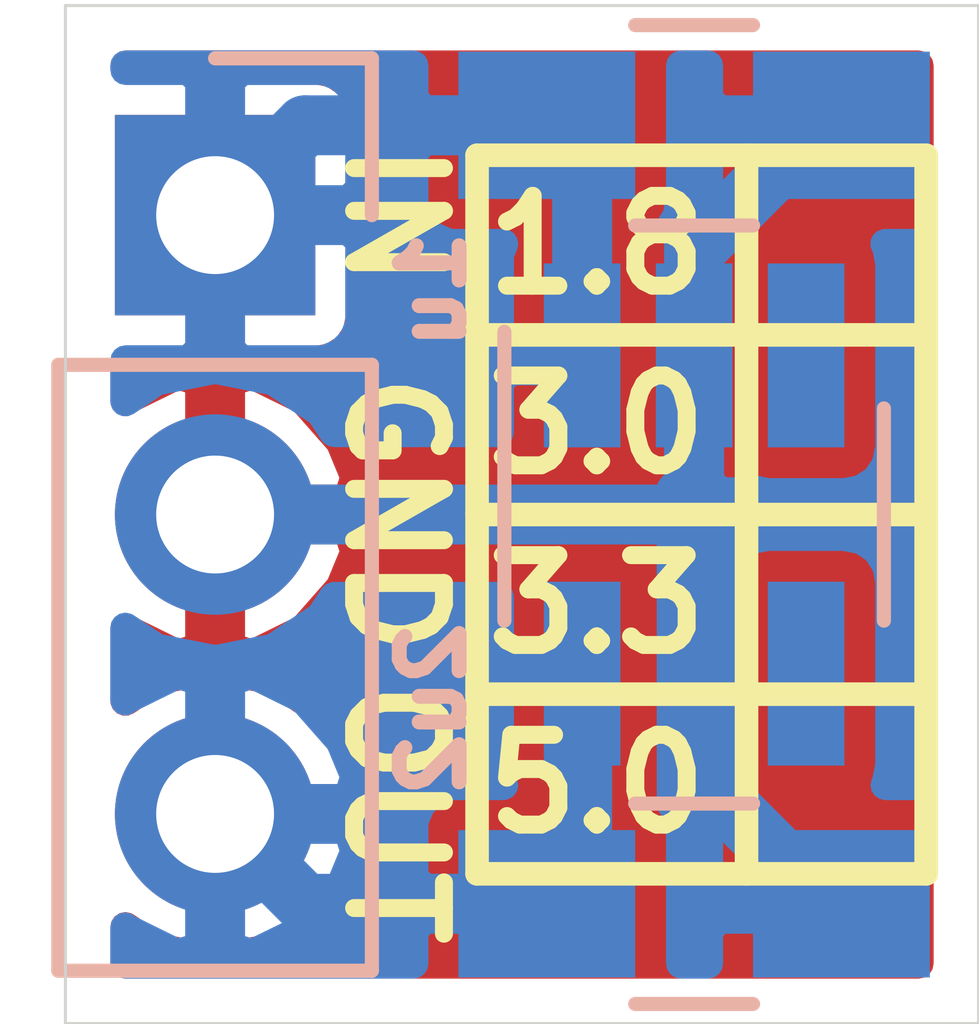
<source format=kicad_pcb>
(kicad_pcb (version 4) (host pcbnew 4.0.6-e0-6349~53~ubuntu16.04.1)

  (general
    (links 7)
    (no_connects 0)
    (area 158.483299 104.127299 168.541701 114.312701)
    (thickness 1.6)
    (drawings 19)
    (tracks 17)
    (zones 0)
    (modules 4)
    (nets 6)
  )

  (page A4)
  (layers
    (0 F.Cu signal)
    (31 B.Cu signal)
    (32 B.Adhes user)
    (33 F.Adhes user hide)
    (34 B.Paste user)
    (35 F.Paste user hide)
    (36 B.SilkS user)
    (37 F.SilkS user hide)
    (38 B.Mask user)
    (39 F.Mask user hide)
    (40 Dwgs.User user)
    (41 Cmts.User user)
    (42 Eco1.User user)
    (43 Eco2.User user)
    (44 Edge.Cuts user)
    (45 Margin user)
    (46 B.CrtYd user)
    (47 F.CrtYd user hide)
    (48 B.Fab user)
    (49 F.Fab user hide)
  )

  (setup
    (last_trace_width 0.508)
    (trace_clearance 0.1524)
    (zone_clearance 0.254)
    (zone_45_only no)
    (trace_min 0.1524)
    (segment_width 0.2)
    (edge_width 0.0254)
    (via_size 0.6858)
    (via_drill 0.3302)
    (via_min_size 0.6858)
    (via_min_drill 0.3302)
    (uvia_size 0.762)
    (uvia_drill 0.508)
    (uvias_allowed no)
    (uvia_min_size 0)
    (uvia_min_drill 0)
    (pcb_text_width 0.3)
    (pcb_text_size 1.016 1.016)
    (mod_edge_width 0.15)
    (mod_text_size 1 1)
    (mod_text_width 0.15)
    (pad_size 1.524 1.524)
    (pad_drill 0.762)
    (pad_to_mask_clearance 0.2)
    (aux_axis_origin 0 0)
    (grid_origin 165.1 105.918)
    (visible_elements FFFFBD5F)
    (pcbplotparams
      (layerselection 0x00030_80000001)
      (usegerberextensions false)
      (excludeedgelayer true)
      (linewidth 0.100000)
      (plotframeref false)
      (viasonmask false)
      (mode 1)
      (useauxorigin false)
      (hpglpennumber 1)
      (hpglpenspeed 20)
      (hpglpendiameter 15)
      (hpglpenoverlay 2)
      (psnegative false)
      (psa4output false)
      (plotreference true)
      (plotvalue true)
      (plotinvisibletext false)
      (padsonsilk false)
      (subtractmaskfromsilk false)
      (outputformat 1)
      (mirror false)
      (drillshape 1)
      (scaleselection 1)
      (outputdirectory ""))
  )

  (net 0 "")
  (net 1 GND)
  (net 2 "Net-(U1-Pad3)")
  (net 3 "Net-(U1-Pad4)")
  (net 4 /Vin)
  (net 5 /Vout)

  (net_class Default "This is the default net class."
    (clearance 0.1524)
    (trace_width 0.508)
    (via_dia 0.6858)
    (via_drill 0.3302)
    (uvia_dia 0.762)
    (uvia_drill 0.508)
    (add_net /Vin)
    (add_net /Vout)
    (add_net GND)
    (add_net "Net-(U1-Pad3)")
    (add_net "Net-(U1-Pad4)")
  )

  (module TO_SOT_Packages_SMD:SOT-23-5_HandSoldering (layer B.Cu) (tedit 58D976C4) (tstamp 58D82970)
    (at 163.83 109.22 270)
    (descr "5-pin SOT23 package")
    (tags "SOT-23-5 hand-soldering")
    (path /58D7C380)
    (attr smd)
    (fp_text reference U1 (at 0 2.9 270) (layer B.Fab) hide
      (effects (font (size 1 1) (thickness 0.15)) (justify mirror))
    )
    (fp_text value TPS709xx (at 0 -2.9 270) (layer B.Fab) hide
      (effects (font (size 1 1) (thickness 0.15)) (justify mirror))
    )
    (fp_text user %R (at 0 0 270) (layer B.Fab)
      (effects (font (size 0.5 0.5) (thickness 0.075)) (justify mirror))
    )
    (fp_line (start -0.9 -1.61) (end 0.9 -1.61) (layer B.SilkS) (width 0.12))
    (fp_line (start 0.9 1.61) (end -1.55 1.61) (layer B.SilkS) (width 0.12))
    (fp_line (start -0.9 0.9) (end -0.25 1.55) (layer B.Fab) (width 0.1))
    (fp_line (start 0.9 1.55) (end -0.25 1.55) (layer B.Fab) (width 0.1))
    (fp_line (start -0.9 0.9) (end -0.9 -1.55) (layer B.Fab) (width 0.1))
    (fp_line (start 0.9 -1.55) (end -0.9 -1.55) (layer B.Fab) (width 0.1))
    (fp_line (start 0.9 1.55) (end 0.9 -1.55) (layer B.Fab) (width 0.1))
    (fp_line (start -2.38 1.8) (end 2.38 1.8) (layer B.CrtYd) (width 0.05))
    (fp_line (start -2.38 1.8) (end -2.38 -1.8) (layer B.CrtYd) (width 0.05))
    (fp_line (start 2.38 -1.8) (end 2.38 1.8) (layer B.CrtYd) (width 0.05))
    (fp_line (start 2.38 -1.8) (end -2.38 -1.8) (layer B.CrtYd) (width 0.05))
    (pad 1 smd rect (at -1.35 0.95 270) (size 1.56 0.65) (layers B.Cu B.Paste B.Mask)
      (net 4 /Vin))
    (pad 2 smd rect (at -1.35 0 270) (size 1.56 0.65) (layers B.Cu B.Paste B.Mask)
      (net 1 GND))
    (pad 3 smd rect (at -1.35 -0.95 270) (size 1.56 0.65) (layers B.Cu B.Paste B.Mask)
      (net 2 "Net-(U1-Pad3)"))
    (pad 4 smd rect (at 1.35 -0.95 270) (size 1.56 0.65) (layers B.Cu B.Paste B.Mask)
      (net 3 "Net-(U1-Pad4)"))
    (pad 5 smd rect (at 1.35 0.95 270) (size 1.56 0.65) (layers B.Cu B.Paste B.Mask)
      (net 5 /Vout))
    (model ${KISYS3DMOD}/TO_SOT_Packages_SMD.3dshapes\SOT-23-5.wrl
      (at (xyz 0 0 0))
      (scale (xyz 1 1 1))
      (rotate (xyz 0 0 0))
    )
  )

  (module Pin_Headers:Pin_Header_Straight_1x03_Pitch2.54mm (layer B.Cu) (tedit 58D9780F) (tstamp 58D82A56)
    (at 159.766 106.68 180)
    (descr "Through hole straight pin header, 1x03, 2.54mm pitch, single row")
    (tags "Through hole pin header THT 1x03 2.54mm single row")
    (path /58D82A52)
    (fp_text reference J1 (at 0 2.33 180) (layer B.Fab) hide
      (effects (font (size 1 1) (thickness 0.15)) (justify mirror))
    )
    (fp_text value CONN_01X03 (at 0 -7.41 180) (layer B.Fab) hide
      (effects (font (size 1 1) (thickness 0.15)) (justify mirror))
    )
    (fp_line (start -1.27 1.27) (end -1.27 -6.35) (layer B.Fab) (width 0.1))
    (fp_line (start -1.27 -6.35) (end 1.27 -6.35) (layer B.Fab) (width 0.1))
    (fp_line (start 1.27 -6.35) (end 1.27 1.27) (layer B.Fab) (width 0.1))
    (fp_line (start 1.27 1.27) (end -1.27 1.27) (layer B.Fab) (width 0.1))
    (fp_line (start -1.33 -1.27) (end -1.33 -6.41) (layer B.SilkS) (width 0.12))
    (fp_line (start -1.33 -6.41) (end 1.33 -6.41) (layer B.SilkS) (width 0.12))
    (fp_line (start 1.33 -6.41) (end 1.33 -1.27) (layer B.SilkS) (width 0.12))
    (fp_line (start 1.33 -1.27) (end -1.33 -1.27) (layer B.SilkS) (width 0.12))
    (fp_line (start -1.33 0) (end -1.33 1.33) (layer B.SilkS) (width 0.12))
    (fp_line (start -1.33 1.33) (end 0 1.33) (layer B.SilkS) (width 0.12))
    (fp_line (start -1.8 1.8) (end -1.8 -6.85) (layer B.CrtYd) (width 0.05))
    (fp_line (start -1.8 -6.85) (end 1.8 -6.85) (layer B.CrtYd) (width 0.05))
    (fp_line (start 1.8 -6.85) (end 1.8 1.8) (layer B.CrtYd) (width 0.05))
    (fp_line (start 1.8 1.8) (end -1.8 1.8) (layer B.CrtYd) (width 0.05))
    (fp_text user %R (at 0 2.33 180) (layer B.Fab) hide
      (effects (font (size 1 1) (thickness 0.15)) (justify mirror))
    )
    (pad 1 thru_hole rect (at 0 0 180) (size 1.7 1.7) (drill 1) (layers *.Cu *.Mask)
      (net 4 /Vin))
    (pad 2 thru_hole oval (at 0 -2.54 180) (size 1.7 1.7) (drill 1) (layers *.Cu *.Mask)
      (net 1 GND))
    (pad 3 thru_hole oval (at 0 -5.08 180) (size 1.7 1.7) (drill 1) (layers *.Cu *.Mask)
      (net 5 /Vout))
    (model ${KISYS3DMOD}/Pin_Headers.3dshapes/Pin_Header_Straight_1x03_Pitch2.54mm.wrl
      (at (xyz 0 -0.1 0))
      (scale (xyz 1 1 1))
      (rotate (xyz 0 0 90))
    )
  )

  (module Capacitors_SMD:C_0805_HandSoldering (layer B.Cu) (tedit 58D97928) (tstamp 58D96BD6)
    (at 163.83 105.918)
    (descr "Capacitor SMD 0805, hand soldering")
    (tags "capacitor 0805")
    (path /58D7C3F5)
    (attr smd)
    (fp_text reference C1 (at 0 0 90) (layer B.Fab)
      (effects (font (size 0.508 0.508) (thickness 0.127)) (justify mirror))
    )
    (fp_text value 1u (at -2.2225 1.397 90) (layer B.SilkS)
      (effects (font (size 0.508 0.508) (thickness 0.127)) (justify mirror))
    )
    (fp_text user %R (at 0 1.75) (layer B.Fab) hide
      (effects (font (size 1 1) (thickness 0.15)) (justify mirror))
    )
    (fp_line (start -1 -0.62) (end -1 0.62) (layer B.Fab) (width 0.1))
    (fp_line (start 1 -0.62) (end -1 -0.62) (layer B.Fab) (width 0.1))
    (fp_line (start 1 0.62) (end 1 -0.62) (layer B.Fab) (width 0.1))
    (fp_line (start -1 0.62) (end 1 0.62) (layer B.Fab) (width 0.1))
    (fp_line (start 0.5 0.85) (end -0.5 0.85) (layer B.SilkS) (width 0.12))
    (fp_line (start -0.5 -0.85) (end 0.5 -0.85) (layer B.SilkS) (width 0.12))
    (fp_line (start -2.25 0.88) (end 2.25 0.88) (layer B.CrtYd) (width 0.05))
    (fp_line (start -2.25 0.88) (end -2.25 -0.87) (layer B.CrtYd) (width 0.05))
    (fp_line (start 2.25 -0.87) (end 2.25 0.88) (layer B.CrtYd) (width 0.05))
    (fp_line (start 2.25 -0.87) (end -2.25 -0.87) (layer B.CrtYd) (width 0.05))
    (pad 1 smd rect (at -1.25 0) (size 1.5 1.25) (layers B.Cu B.Paste B.Mask)
      (net 4 /Vin))
    (pad 2 smd rect (at 1.25 0) (size 1.5 1.25) (layers B.Cu B.Paste B.Mask)
      (net 1 GND))
    (model Capacitors_SMD.3dshapes/C_0805.wrl
      (at (xyz 0 0 0))
      (scale (xyz 1 1 1))
      (rotate (xyz 0 0 0))
    )
  )

  (module Capacitors_SMD:C_0805_HandSoldering (layer B.Cu) (tedit 58D9790A) (tstamp 58D96BE6)
    (at 163.83 112.522)
    (descr "Capacitor SMD 0805, hand soldering")
    (tags "capacitor 0805")
    (path /58D7C462)
    (attr smd)
    (fp_text reference C2 (at 0 0 90) (layer B.Fab)
      (effects (font (size 0.508 0.508) (thickness 0.127)) (justify mirror))
    )
    (fp_text value 2u2 (at -2.2225 -1.651 90) (layer B.SilkS)
      (effects (font (size 0.508 0.508) (thickness 0.127)) (justify mirror))
    )
    (fp_text user %R (at 0 1.75) (layer B.Fab) hide
      (effects (font (size 1 1) (thickness 0.15)) (justify mirror))
    )
    (fp_line (start -1 -0.62) (end -1 0.62) (layer B.Fab) (width 0.1))
    (fp_line (start 1 -0.62) (end -1 -0.62) (layer B.Fab) (width 0.1))
    (fp_line (start 1 0.62) (end 1 -0.62) (layer B.Fab) (width 0.1))
    (fp_line (start -1 0.62) (end 1 0.62) (layer B.Fab) (width 0.1))
    (fp_line (start 0.5 0.85) (end -0.5 0.85) (layer B.SilkS) (width 0.12))
    (fp_line (start -0.5 -0.85) (end 0.5 -0.85) (layer B.SilkS) (width 0.12))
    (fp_line (start -2.25 0.88) (end 2.25 0.88) (layer B.CrtYd) (width 0.05))
    (fp_line (start -2.25 0.88) (end -2.25 -0.87) (layer B.CrtYd) (width 0.05))
    (fp_line (start 2.25 -0.87) (end 2.25 0.88) (layer B.CrtYd) (width 0.05))
    (fp_line (start 2.25 -0.87) (end -2.25 -0.87) (layer B.CrtYd) (width 0.05))
    (pad 1 smd rect (at -1.25 0) (size 1.5 1.25) (layers B.Cu B.Paste B.Mask)
      (net 5 /Vout))
    (pad 2 smd rect (at 1.25 0) (size 1.5 1.25) (layers B.Cu B.Paste B.Mask)
      (net 1 GND))
    (model Capacitors_SMD.3dshapes/C_0805.wrl
      (at (xyz 0 0 0))
      (scale (xyz 1 1 1))
      (rotate (xyz 0 0 0))
    )
  )

  (gr_line (start 165.7985 106.172) (end 165.7985 112.268) (angle 90) (layer F.SilkS) (width 0.2))
  (gr_line (start 161.9885 112.268) (end 161.9885 106.172) (angle 90) (layer F.SilkS) (width 0.2))
  (gr_line (start 164.2745 112.268) (end 164.2745 106.172) (angle 90) (layer F.SilkS) (width 0.2))
  (gr_line (start 161.9885 110.744) (end 165.7985 110.744) (angle 90) (layer F.SilkS) (width 0.2))
  (gr_line (start 161.9885 109.22) (end 165.7985 109.22) (angle 90) (layer F.SilkS) (width 0.2))
  (gr_line (start 161.9885 107.696) (end 165.7985 107.696) (angle 90) (layer F.SilkS) (width 0.2))
  (gr_line (start 165.7985 106.172) (end 161.9885 106.172) (angle 90) (layer F.SilkS) (width 0.2))
  (gr_line (start 161.9885 112.268) (end 165.7985 112.268) (angle 90) (layer F.SilkS) (width 0.2))
  (gr_text 5.0 (at 163.0045 111.506) (layer F.SilkS)
    (effects (font (size 0.762 0.762) (thickness 0.1524)))
  )
  (gr_text 3.3 (at 163.0045 109.982) (layer F.SilkS)
    (effects (font (size 0.762 0.762) (thickness 0.1524)))
  )
  (gr_text 3.0 (at 163.0045 108.458) (layer F.SilkS)
    (effects (font (size 0.762 0.762) (thickness 0.1524)))
  )
  (gr_text 1.8 (at 163.0045 106.934) (layer F.SilkS)
    (effects (font (size 0.762 0.762) (thickness 0.1524)))
  )
  (gr_line (start 158.496 104.902) (end 158.496 113.538) (angle 90) (layer Edge.Cuts) (width 0.0254))
  (gr_line (start 166.243 113.538) (end 158.496 113.538) (angle 90) (layer Edge.Cuts) (width 0.0254))
  (gr_line (start 166.243 104.902) (end 166.243 113.538) (angle 90) (layer Edge.Cuts) (width 0.0254))
  (gr_line (start 158.496 104.902) (end 166.243 104.902) (angle 90) (layer Edge.Cuts) (width 0.0254))
  (gr_text OUT (at 161.29 111.76 270) (layer F.SilkS)
    (effects (font (size 0.762 0.762) (thickness 0.1524)))
  )
  (gr_text GND (at 161.29 109.22 270) (layer F.SilkS)
    (effects (font (size 0.762 0.762) (thickness 0.1524)))
  )
  (gr_text IN (at 161.29 106.68 270) (layer F.SilkS)
    (effects (font (size 0.762 0.762) (thickness 0.1524)))
  )

  (segment (start 163.83 107.87) (end 163.83 106.983478) (width 0.508) (layer B.Cu) (net 1))
  (segment (start 163.83 106.983478) (end 164.895478 105.918) (width 0.508) (layer B.Cu) (net 1))
  (segment (start 164.895478 105.918) (end 165.08 105.918) (width 0.508) (layer B.Cu) (net 1))
  (segment (start 165.08 112.522) (end 164.955 112.522) (width 0.508) (layer B.Cu) (net 1))
  (segment (start 164.955 112.522) (end 163.83 111.397) (width 0.508) (layer B.Cu) (net 1))
  (segment (start 163.83 111.397) (end 163.83 109.158) (width 0.508) (layer B.Cu) (net 1))
  (segment (start 159.766 109.22) (end 163.768 109.22) (width 0.508) (layer B.Cu) (net 1))
  (segment (start 163.768 109.22) (end 163.83 109.158) (width 0.508) (layer B.Cu) (net 1))
  (segment (start 163.83 109.158) (end 163.83 107.87) (width 0.508) (layer B.Cu) (net 1))
  (segment (start 162.88 107.87) (end 162.88 106.218) (width 0.508) (layer B.Cu) (net 4))
  (segment (start 162.88 106.218) (end 162.58 105.918) (width 0.508) (layer B.Cu) (net 4))
  (segment (start 162.58 105.918) (end 160.528 105.918) (width 0.508) (layer B.Cu) (net 4))
  (segment (start 160.528 105.918) (end 159.766 106.68) (width 0.508) (layer B.Cu) (net 4))
  (segment (start 162.58 112.522) (end 160.528 112.522) (width 0.508) (layer B.Cu) (net 5))
  (segment (start 160.528 112.522) (end 159.766 111.76) (width 0.508) (layer B.Cu) (net 5))
  (segment (start 162.88 110.57) (end 162.88 112.222) (width 0.508) (layer B.Cu) (net 5))
  (segment (start 162.88 112.222) (end 162.58 112.522) (width 0.508) (layer B.Cu) (net 5))

  (zone (net 4) (net_name /Vin) (layer B.Cu) (tstamp 0) (hatch edge 0.508)
    (connect_pads (clearance 0.254))
    (min_thickness 0.254)
    (fill yes (arc_segments 16) (thermal_gap 0.254) (thermal_bridge_width 0.508))
    (polygon
      (pts
        (xy 163.322 108.6485) (xy 163.322 105.283) (xy 158.877 105.283) (xy 158.877 107.95) (xy 158.877 108.6485)
      )
    )
    (filled_polygon
      (pts
        (xy 161.449 105.69575) (xy 161.54425 105.791) (xy 162.453 105.791) (xy 162.453 105.771) (xy 162.707 105.771)
        (xy 162.707 105.791) (xy 162.727 105.791) (xy 162.727 106.045) (xy 162.707 106.045) (xy 162.707 106.065)
        (xy 162.453 106.065) (xy 162.453 106.045) (xy 161.54425 106.045) (xy 161.449 106.14025) (xy 161.449 106.618785)
        (xy 161.507004 106.758819) (xy 161.61418 106.865996) (xy 161.754214 106.924) (xy 162.211368 106.924) (xy 162.174 107.014214)
        (xy 162.174 107.64775) (xy 162.26925 107.743) (xy 162.753 107.743) (xy 162.753 107.723) (xy 163.007 107.723)
        (xy 163.007 107.743) (xy 163.027 107.743) (xy 163.027 107.997) (xy 163.007 107.997) (xy 163.007 108.017)
        (xy 162.753 108.017) (xy 162.753 107.997) (xy 162.26925 107.997) (xy 162.174 108.09225) (xy 162.174 108.5215)
        (xy 160.775457 108.5215) (xy 160.660565 108.349552) (xy 160.2612 108.082704) (xy 159.790117 107.989) (xy 159.741883 107.989)
        (xy 159.2708 108.082704) (xy 159.004 108.260975) (xy 159.004 107.911) (xy 159.54375 107.911) (xy 159.639 107.81575)
        (xy 159.639 106.807) (xy 159.893 106.807) (xy 159.893 107.81575) (xy 159.98825 107.911) (xy 160.691786 107.911)
        (xy 160.83182 107.852996) (xy 160.938996 107.745819) (xy 160.997 107.605785) (xy 160.997 106.90225) (xy 160.90175 106.807)
        (xy 159.893 106.807) (xy 159.639 106.807) (xy 159.619 106.807) (xy 159.619 106.553) (xy 159.639 106.553)
        (xy 159.639 105.54425) (xy 159.893 105.54425) (xy 159.893 106.553) (xy 160.90175 106.553) (xy 160.997 106.45775)
        (xy 160.997 105.754215) (xy 160.938996 105.614181) (xy 160.83182 105.507004) (xy 160.691786 105.449) (xy 159.98825 105.449)
        (xy 159.893 105.54425) (xy 159.639 105.54425) (xy 159.54375 105.449) (xy 159.004 105.449) (xy 159.004 105.41)
        (xy 161.449 105.41)
      )
    )
  )
  (zone (net 5) (net_name /Vout) (layer B.Cu) (tstamp 58D82E00) (hatch edge 0.508)
    (connect_pads (clearance 0.254))
    (min_thickness 0.254)
    (fill yes (arc_segments 16) (thermal_gap 0.254) (thermal_bridge_width 0.508))
    (polygon
      (pts
        (xy 163.322 113.157) (xy 158.877 113.157) (xy 158.877 110.49) (xy 158.877 109.7915) (xy 163.322 109.7915)
      )
    )
    (filled_polygon
      (pts
        (xy 162.174 110.34775) (xy 162.26925 110.443) (xy 162.753 110.443) (xy 162.753 110.423) (xy 163.007 110.423)
        (xy 163.007 110.443) (xy 163.027 110.443) (xy 163.027 110.697) (xy 163.007 110.697) (xy 163.007 110.717)
        (xy 162.753 110.717) (xy 162.753 110.697) (xy 162.26925 110.697) (xy 162.174 110.79225) (xy 162.174 111.425786)
        (xy 162.211368 111.516) (xy 161.754214 111.516) (xy 161.61418 111.574004) (xy 161.507004 111.681181) (xy 161.449 111.821215)
        (xy 161.449 112.29975) (xy 161.54425 112.395) (xy 162.453 112.395) (xy 162.453 112.375) (xy 162.707 112.375)
        (xy 162.707 112.395) (xy 162.727 112.395) (xy 162.727 112.649) (xy 162.707 112.649) (xy 162.707 112.669)
        (xy 162.453 112.669) (xy 162.453 112.649) (xy 161.54425 112.649) (xy 161.449 112.74425) (xy 161.449 113.03)
        (xy 159.004 113.03) (xy 159.004 112.721796) (xy 159.017944 112.737652) (xy 159.449018 112.949501) (xy 159.639 112.889193)
        (xy 159.639 111.887) (xy 159.893 111.887) (xy 159.893 112.889193) (xy 160.082982 112.949501) (xy 160.514056 112.737652)
        (xy 160.831245 112.376964) (xy 160.955489 112.07698) (xy 160.894627 111.887) (xy 159.893 111.887) (xy 159.639 111.887)
        (xy 159.619 111.887) (xy 159.619 111.633) (xy 159.639 111.633) (xy 159.639 110.630807) (xy 159.893 110.630807)
        (xy 159.893 111.633) (xy 160.894627 111.633) (xy 160.955489 111.44302) (xy 160.831245 111.143036) (xy 160.514056 110.782348)
        (xy 160.082982 110.570499) (xy 159.893 110.630807) (xy 159.639 110.630807) (xy 159.449018 110.570499) (xy 159.017944 110.782348)
        (xy 159.004 110.798204) (xy 159.004 110.179025) (xy 159.2708 110.357296) (xy 159.741883 110.451) (xy 159.790117 110.451)
        (xy 160.2612 110.357296) (xy 160.660565 110.090448) (xy 160.775457 109.9185) (xy 162.174 109.9185)
      )
    )
  )
  (zone (net 1) (net_name GND) (layer F.Cu) (tstamp 58D830DB) (hatch edge 0.508)
    (connect_pads (clearance 0.254))
    (min_thickness 0.254)
    (fill yes (arc_segments 16) (thermal_gap 0.254) (thermal_bridge_width 0.508))
    (polygon
      (pts
        (xy 165.862 113.157) (xy 158.877 113.157) (xy 158.877 105.283) (xy 165.862 105.283)
      )
    )
    (filled_polygon
      (pts
        (xy 165.735 113.03) (xy 159.004 113.03) (xy 159.004 112.719025) (xy 159.2708 112.897296) (xy 159.741883 112.991)
        (xy 159.790117 112.991) (xy 160.2612 112.897296) (xy 160.660565 112.630448) (xy 160.927413 112.231083) (xy 161.021117 111.76)
        (xy 160.927413 111.288917) (xy 160.660565 110.889552) (xy 160.2612 110.622704) (xy 159.790117 110.529) (xy 159.741883 110.529)
        (xy 159.2708 110.622704) (xy 159.004 110.800975) (xy 159.004 110.181796) (xy 159.017944 110.197652) (xy 159.449018 110.409501)
        (xy 159.639 110.349193) (xy 159.639 109.347) (xy 159.893 109.347) (xy 159.893 110.349193) (xy 160.082982 110.409501)
        (xy 160.514056 110.197652) (xy 160.831245 109.836964) (xy 160.955489 109.53698) (xy 160.894627 109.347) (xy 159.893 109.347)
        (xy 159.639 109.347) (xy 159.619 109.347) (xy 159.619 109.093) (xy 159.639 109.093) (xy 159.639 108.090807)
        (xy 159.893 108.090807) (xy 159.893 109.093) (xy 160.894627 109.093) (xy 160.955489 108.90302) (xy 160.831245 108.603036)
        (xy 160.514056 108.242348) (xy 160.082982 108.030499) (xy 159.893 108.090807) (xy 159.639 108.090807) (xy 159.449018 108.030499)
        (xy 159.017944 108.242348) (xy 159.004 108.258204) (xy 159.004 107.918464) (xy 160.616 107.918464) (xy 160.75719 107.891897)
        (xy 160.886865 107.808454) (xy 160.973859 107.681134) (xy 161.004464 107.53) (xy 161.004464 105.83) (xy 160.977897 105.68881)
        (xy 160.894454 105.559135) (xy 160.767134 105.472141) (xy 160.616 105.441536) (xy 159.004 105.441536) (xy 159.004 105.41)
        (xy 165.735 105.41)
      )
    )
  )
  (zone (net 1) (net_name GND) (layer B.Cu) (tstamp 58D83173) (hatch edge 0.508)
    (connect_pads (clearance 0.254))
    (min_thickness 0.254)
    (fill yes (arc_segments 16) (thermal_gap 0.254) (thermal_bridge_width 0.508))
    (polygon
      (pts
        (xy 163.5125 105.283) (xy 163.5125 113.157) (xy 165.862 113.157) (xy 165.862 105.283)
      )
    )
    (filled_polygon
      (pts
        (xy 163.949 105.69575) (xy 164.04425 105.791) (xy 164.953 105.791) (xy 164.953 105.771) (xy 165.207 105.771)
        (xy 165.207 105.791) (xy 165.227 105.791) (xy 165.227 106.045) (xy 165.207 106.045) (xy 165.207 106.065)
        (xy 164.953 106.065) (xy 164.953 106.045) (xy 164.04425 106.045) (xy 163.949 106.14025) (xy 163.949 106.618785)
        (xy 164.005665 106.755585) (xy 163.957 106.80425) (xy 163.957 107.743) (xy 163.977 107.743) (xy 163.977 107.997)
        (xy 163.957 107.997) (xy 163.957 108.93575) (xy 164.05225 109.031) (xy 164.230785 109.031) (xy 164.297369 109.00342)
        (xy 164.303866 109.007859) (xy 164.455 109.038464) (xy 165.105 109.038464) (xy 165.24619 109.011897) (xy 165.375865 108.928454)
        (xy 165.462859 108.801134) (xy 165.493464 108.65) (xy 165.493464 107.09) (xy 165.466897 106.94881) (xy 165.450932 106.924)
        (xy 165.735 106.924) (xy 165.735 111.516) (xy 165.452702 111.516) (xy 165.462859 111.501134) (xy 165.493464 111.35)
        (xy 165.493464 109.79) (xy 165.466897 109.64881) (xy 165.383454 109.519135) (xy 165.256134 109.432141) (xy 165.105 109.401536)
        (xy 164.455 109.401536) (xy 164.31381 109.428103) (xy 164.184135 109.511546) (xy 164.097141 109.638866) (xy 164.066536 109.79)
        (xy 164.066536 111.35) (xy 164.093103 111.49119) (xy 164.139613 111.563469) (xy 164.11418 111.574004) (xy 164.007004 111.681181)
        (xy 163.949 111.821215) (xy 163.949 112.29975) (xy 164.04425 112.395) (xy 164.953 112.395) (xy 164.953 112.375)
        (xy 165.207 112.375) (xy 165.207 112.395) (xy 165.227 112.395) (xy 165.227 112.649) (xy 165.207 112.649)
        (xy 165.207 112.669) (xy 164.953 112.669) (xy 164.953 112.649) (xy 164.04425 112.649) (xy 163.949 112.74425)
        (xy 163.949 113.03) (xy 163.718464 113.03) (xy 163.718464 111.897) (xy 163.691897 111.75581) (xy 163.6395 111.674382)
        (xy 163.6395 108.99925) (xy 163.703 108.93575) (xy 163.703 107.997) (xy 163.683 107.997) (xy 163.683 107.743)
        (xy 163.703 107.743) (xy 163.703 106.80425) (xy 163.649307 106.750557) (xy 163.687859 106.694134) (xy 163.718464 106.543)
        (xy 163.718464 105.41) (xy 163.949 105.41)
      )
    )
  )
)

</source>
